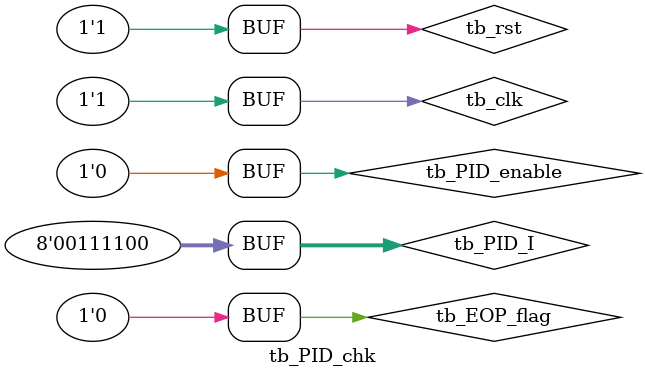
<source format=sv>

`timescale 1ns / 10ps

module tb_PID_chk();
  parameter CLK_PERIOD = 3.3; //For 300 ns
  
  reg tb_clk;
  reg tb_rst;
  reg tb_PID_enable;
  reg [7:0] tb_PID_I;
  reg tb_EOP_flag;
  reg [1:0] tb_data_select;
  reg tb_crc16_enable;
  
  
  PID_chk DUT(.clk(tb_clk),.rst(tb_rst),.PID_enable(tb_PID_enable),.PID_I(tb_PID_I)
  ,.EOP_flag(tb_EOP_flag),.data_select(tb_data_select),.crc16_enable(tb_crc16_enable));
  
  always
	begin : CLK_GEN
		tb_clk = 1'b0;
		#(CLK_PERIOD / 2.0);
		tb_clk = 1'b1;
		#(CLK_PERIOD / 2.0);
	end
  
  // Main test bench code
  initial begin
    // System Reset
    tb_rst = 0;
    #(CLK_PERIOD);
		tb_rst = 1;
		#(CLK_PERIOD);
    
    
    //Load PID data
    tb_PID_I = 8'b11000011;
    #(CLK_PERIOD);
    
    //PID Data is fully loaded
    tb_PID_enable = 1'b1;
    #(CLK_PERIOD);
    
    //All data from packet is loaded
    tb_EOP_flag = 1'b1;
    #(CLK_PERIOD);
    
    //Deassert signals to stop evaluation of packets
    tb_PID_enable = 1'b0;
    tb_EOP_flag = 1'b0;
    #(CLK_PERIOD);
    
    //Load PID values
    tb_PID_I = 8'b00111100;
    tb_PID_enable = 1'b1;
    tb_EOP_flag = 1'b1;
    #(CLK_PERIOD);
    
    //Deassert signals to stop evaluation of packets
    tb_PID_enable = 1'b0;
    tb_EOP_flag = 1'b0;
    
    // Done
  end
  
  

endmodule

		  


</source>
